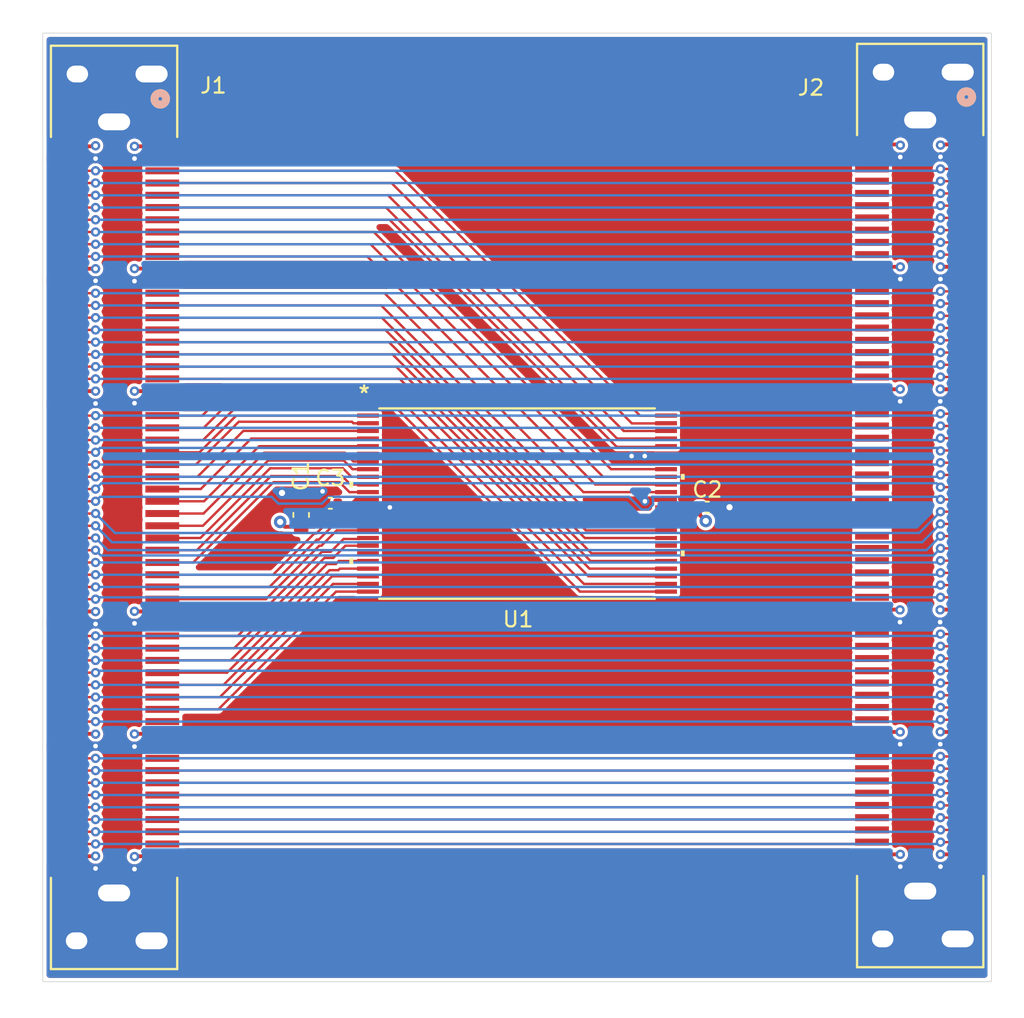
<source format=kicad_pcb>
(kicad_pcb (version 20240108) (generator "pcbnew") (generator_version "8.0")
  (layers (0 "F.Cu" signal) (1 "In1.Cu" power) (2 "In2.Cu" power) (31 "B.Cu" signal) (34 "B.Paste" user) (35 "F.Paste" user) (36 "B.SilkS" user "B.Silkscreen") (37 "F.SilkS" user "F.Silkscreen") (38 "B.Mask" user) (39 "F.Mask" user) (44 "Edge.Cuts" user))
  (net 0 "")
  (net 1 "GND")
  (net 2 "/CD_05")
  (net 3 "/EF_05")
  (net 4 "/GH_04")
  (net 5 "/GH_08")
  (net 6 "/BA_02")
  (net 7 "/BA_03")
  (net 8 "/DC_05")
  (net 9 "/KL_02")
  (net 10 "/BA_04")
  (net 11 "/FE_02")
  (net 12 "/JI_06")
  (net 13 "/JI_03")
  (net 14 "+3V3")
  (net 15 "/IJ_03")
  (net 16 "/IJ_02")
  (net 17 "/CD_06")
  (net 18 "/LK_02")
  (net 19 "/GH_03")
  (net 20 "/HG_07")
  (net 21 "/IJ_05")
  (net 22 "/AB_08")
  (net 23 "/CD_07")
  (net 24 "/AB_02")
  (net 25 "/JI_07")
  (net 26 "/EF_06")
  (net 27 "/DC_02")
  (net 28 "/AB_05")
  (net 29 "/LK_05")
  (net 30 "/LK_08")
  (net 31 "/DC_06")
  (net 32 "/JI_04")
  (net 33 "/FE_04")
  (net 34 "/CD_01")
  (net 35 "/HG_01")
  (net 36 "/GH_01")
  (net 37 "/EF_08")
  (net 38 "/JI_01")
  (net 39 "/KL_04")
  (net 40 "/LK_01")
  (net 41 "/IJ_04")
  (net 42 "/GH_05")
  (net 43 "/HG_05")
  (net 44 "/LK_03")
  (net 45 "/BA_06")
  (net 46 "/BA_05")
  (net 47 "/CD_02")
  (net 48 "/GH_07")
  (net 49 "/KL_05")
  (net 50 "/AB_03")
  (net 51 "/LK_04")
  (net 52 "/FE_07")
  (net 53 "/FE_06")
  (net 54 "/KL_07")
  (net 55 "/KL_01")
  (net 56 "/IJ_06")
  (net 57 "/KL_08")
  (net 58 "/HG_06")
  (net 59 "/AB_06")
  (net 60 "/IJ_08")
  (net 61 "/EF_03")
  (net 62 "/FE_08")
  (net 63 "/IJ_07")
  (net 64 "/EF_02")
  (net 65 "/AB_07")
  (net 66 "/FE_03")
  (net 67 "/CD_03")
  (net 68 "/HG_02")
  (net 69 "/IJ_01")
  (net 70 "/DC_08")
  (net 71 "/BA_07")
  (net 72 "/HG_08")
  (net 73 "/CD_04")
  (net 74 "/JI_08")
  (net 75 "/FE_01")
  (net 76 "/KL_03")
  (net 77 "/AB_01")
  (net 78 "/GH_06")
  (net 79 "/HG_04")
  (net 80 "/CD_08")
  (net 81 "/DC_04")
  (net 82 "/EF_04")
  (net 83 "/KL_06")
  (net 84 "/HG_03")
  (net 85 "/EF_01")
  (net 86 "/FE_05")
  (net 87 "/LK_07")
  (net 88 "/DC_03")
  (net 89 "/JI_02")
  (net 90 "/JI_05")
  (net 91 "/BA_08")
  (net 92 "/EF_07")
  (net 93 "/GH_02")
  (net 94 "/DC_01")
  (net 95 "/BA_01")
  (net 96 "/LK_06")
  (net 97 "/AB_04")
  (net 98 "/DC_07")
  (footprint "Capacitor_SMD:C_0603_1608Metric" (layer "F.Cu") (at 68.834 74.041 90)
    (property "Reference" "C1")
    (property "Value" "22uf")
  )
  (footprint "custom:CUSTOM_FX_120S-0.8SH20" (layer "F.Cu") (at 56.605 73.55 -90)
    (property "Reference" "J1")
    (property "Value" "FX18-120P-0.8SV20")
  )
  (footprint "custom:CUSTOM_FX_120S-0.8SH20" (layer "F.Cu") (at 109.294099 73.428004 -90)
    (property "Reference" "J2")
    (property "Value" "FX18-120S-0.8SV20")
  )
  (footprint "Capacitor_SMD:C_0402_1005Metric" (layer "F.Cu") (at 70.739 73.279 180)
    (property "Reference" "C3")
    (property "Value" "0.1uf")
  )
  (footprint "Capacitor_SMD:C_0402_1005Metric" (layer "F.Cu") (at 95.377 73.533)
    (property "Reference" "C2")
    (property "Value" "0.1uf")
  )
  (footprint "IS61WV102416DBLLIS61WV102416DBLL:IS61WV102416DBLL-10TLI_ISI" (layer "F.Cu") (at 82.943 73.301448)
    (property "Reference" "U1")
    (property "Value" "IS61WV102416DBLL-10TLI")
  )
  (gr_rect (start 51.943 42.55) (end 113.943 104.55) (stroke (width 0.05)) (fill none) (layer "Edge.Cuts"))
  (segment (start 59.754999 89.149997) (end 57.970001 89.149997) (width 0.254) (layer "F.Cu") (net 1))
  (segment (start 106.1441 97.028003) (end 107.994098 97.028003) (width 0.254) (layer "F.Cu") (net 1))
  (segment (start 57.970001 89.149997) (end 57.939998 89.18) (width 0.254) (layer "F.Cu") (net 1))
  (segment (start 92.6839 70.050629) (end 91.435371 70.050629) (width 0.254) (layer "F.Cu") (net 1))
  (segment (start 110.694908 81.028001) (end 110.674902 81.048007) (width 0.254) (layer "F.Cu") (net 1))
  (segment (start 112.522 58.628006) (end 110.694902 58.628006) (width 0.254) (layer "F.Cu") (net 1))
  (segment (start 106.1441 89.028003) (end 107.984098 89.028003) (width 0.254) (layer "F.Cu") (net 1))
  (segment (start 92.6839 73.051385) (end 91.399874 73.051385) (width 0.254) (layer "F.Cu") (net 1))
  (segment (start 53.455001 89.149999) (end 55.393999 89.149999) (width 0.254) (layer "F.Cu") (net 1))
  (segment (start 57.959995 81.149997) (end 57.939998 81.13) (width 0.254) (layer "F.Cu") (net 1))
  (segment (start 53.455001 50.750002) (end 55.394 50.750002) (width 0.254) (layer "F.Cu") (net 1))
  (segment (start 53.455001 66.750001) (end 55.384001 66.750001) (width 0.254) (layer "F.Cu") (net 1))
  (segment (start 55.383998 58.750002) (end 55.394 58.74) (width 0.254) (layer "F.Cu") (net 1))
  (segment (start 59.754999 50.750002) (end 57.939998 50.750002) (width 0.254) (layer "F.Cu") (net 1))
  (segment (start 59.754999 97.149996) (end 57.980002 97.149996) (width 0.254) (layer "F.Cu") (net 1))
  (segment (start 55.393999 89.149999) (end 55.394 89.15) (width 0.254) (layer "F.Cu") (net 1))
  (segment (start 53.455001 97.149999) (end 55.393999 97.149999) (width 0.254) (layer "F.Cu") (net 1))
  (segment (start 73.2021 73.551511) (end 74.628489 73.551511) (width 0.254) (layer "F.Cu") (net 1))
  (segment (start 70.231 72.501) (end 70.259 72.529) (width 0.254) (layer "F.Cu") (net 1))
  (segment (start 96.823 73.533) (end 96.83 73.54) (width 0.254) (layer "F.Cu") (net 1))
  (segment (start 59.754999 81.149997) (end 57.959995 81.149997) (width 0.254) (layer "F.Cu") (net 1))
  (segment (start 55.374 81.15) (end 55.394 81.17) (width 0.254) (layer "F.Cu") (net 1))
  (segment (start 106.1441 58.628006) (end 107.994098 58.628006) (width 0.254) (layer "F.Cu") (net 1))
  (segment (start 55.384001 66.750001) (end 55.394 66.76) (width 0.254) (layer "F.Cu") (net 1))
  (segment (start 91.399874 73.051385) (end 91.3 73.151259) (width 0.254) (layer "F.Cu") (net 1))
  (segment (start 90.784755 70.550755) (end 90.43 70.196) (width 0.254) (layer "F.Cu") (net 1))
  (segment (start 112.522 66.628005) (end 110.6949 66.628005) (width 0.254) (layer "F.Cu") (net 1))
  (segment (start 59.745001 58.76) (end 59.754999 58.750002) (width 0.254) (layer "F.Cu") (net 1))
  (segment (start 112.522 97.028) (end 110.694902 97.028) (width 0.254) (layer "F.Cu") (net 1))
  (segment (start 59.754999 66.750001) (end 57.949999 66.750001) (width 0.254) (layer "F.Cu") (net 1))
  (segment (start 110.6949 66.628005) (end 110.684902 66.618007) (width 0.254) (layer "F.Cu") (net 1))
  (segment (start 74.628489 73.551511) (end 74.63 73.55) (width 0.254) (layer "F.Cu") (net 1))
  (segment (start 106.1441 66.628005) (end 107.9741 66.628005) (width 0.254) (layer "F.Cu") (net 1))
  (segment (start 112.522 81.028001) (end 110.694908 81.028001) (width 0.254) (layer "F.Cu") (net 1))
  (segment (start 70.259 72.529) (end 70.259 73.279) (width 0.254) (layer "F.Cu") (net 1))
  (segment (start 107.954095 81.028004) (end 107.974098 81.048007) (width 0.254) (layer "F.Cu") (net 1))
  (segment (start 55.393999 97.149999) (end 55.394 97.15) (width 0.254) (layer "F.Cu") (net 1))
  (segment (start 92.6839 70.550755) (end 90.784755 70.550755) (width 0.254) (layer "F.Cu") (net 1))
  (segment (start 68.834 73.266) (end 68.241 73.266) (width 0.254) (layer "F.Cu") (net 1))
  (segment (start 57.980002 97.149996) (end 57.939998 97.19) (width 0.254) (layer "F.Cu") (net 1))
  (segment (start 91.435371 70.050629) (end 91.29 70.196) (width 0.254) (layer "F.Cu") (net 1))
  (segment (start 112.522 89.028001) (end 110.684902 89.028001) (width 0.254) (layer "F.Cu") (net 1))
  (segment (start 112.522 50.628006) (end 110.708452 50.628006) (width 0.254) (layer "F.Cu") (net 1))
  (segment (start 107.9741 66.628005) (end 107.984098 66.618007) (width 0.254) (layer "F.Cu") (net 1))
  (segment (start 110.708452 50.628006) (end 110.698451 50.638007) (width 0.254) (layer "F.Cu") (net 1))
  (segment (start 106.1441 50.628006) (end 107.974096 50.628006) (width 0.254) (layer "F.Cu") (net 1))
  (segment (start 57.949999 66.750001) (end 57.939998 66.74) (width 0.254) (layer "F.Cu") (net 1))
  (segment (start 107.974096 50.628006) (end 107.994098 50.648008) (width 0.254) (layer "F.Cu") (net 1))
  (segment (start 68.241 73.266) (end 67.58 72.605) (width 0.254) (layer "F.Cu") (net 1))
  (segment (start 53.455001 58.750002) (end 55.383998 58.750002) (width 0.254) (layer "F.Cu") (net 1))
  (segment (start 57.939998 58.76) (end 59.745001 58.76) (width 0.254) (layer "F.Cu") (net 1))
  (segment (start 55.404002 58.750002) (end 55.394 58.74) (width 0.254) (layer "F.Cu") (net 1))
  (segment (start 95.857 73.533) (end 96.823 73.533) (width 0.254) (layer "F.Cu") (net 1))
  (segment (start 106.1441 81.028004) (end 107.954095 81.028004) (width 0.254) (layer "F.Cu") (net 1))
  (segment (start 53.455001 81.15) (end 55.374 81.15) (width 0.254) (layer "F.Cu") (net 1))
  (via (at 67.58 72.605) (size 0.8128) (drill 0.4064) (layers "F.Cu" "B.Cu") (net 1))
  (via (at 90.43 70.196) (size 0.6) (drill 0.3) (layers "F.Cu" "B.Cu") (net 1))
  (via (at 107.984098 66.618007) (size 0.6096) (drill 0.3048) (layers "F.Cu" "B.Cu") (net 1))
  (via (at 57.939998 97.19) (size 0.6096) (drill 0.3048) (layers "F.Cu" "B.Cu") (net 1))
  (via (at 55.394 66.76) (size 0.6096) (drill 0.3048) (layers "F.Cu" "B.Cu") (net 1))
  (via (at 107.994098 50.648008) (size 0.6096) (drill 0.3048) (layers "F.Cu" "B.Cu") (net 1))
  (via (at 91.29 70.196) (size 0.6) (drill 0.3) (layers "F.Cu" "B.Cu") (net 1))
  (via (at 110.617 97.028) (size 0.6096) (drill 0.3048) (layers "F.Cu" "B.Cu") (net 1))
  (via (at 57.939998 50.750002) (size 0.6096) (drill 0.3048) (layers "F.Cu" "B.Cu") (net 1))
  (via (at 110.597 81.048007) (size 0.6096) (drill 0.3048) (layers "F.Cu" "B.Cu") (net 1))
  (via (at 55.394 97.15) (size 0.6096) (drill 0.3048) (layers "F.Cu" "B.Cu") (net 1))
  (via (at 110.617 58.628006) (size 0.6096) (drill 0.3048) (layers "F.Cu" "B.Cu") (net 1))
  (via (at 110.607 89.028001) (size 0.6096) (drill 0.3048) (layers "F.Cu" "B.Cu") (net 1))
  (via (at 91.3 73.151259) (size 0.6) (drill 0.3) (layers "F.Cu" "B.Cu") (net 1))
  (via (at 110.607 66.618007) (size 0.6096) (drill 0.3048) (layers "F.Cu" "B.Cu") (net 1))
  (via (at 96.83 73.54) (size 0.8128) (drill 0.4064) (layers "F.Cu" "B.Cu") (net 1))
  (via (at 55.394 50.750002) (size 0.6096) (drill 0.3048) (layers "F.Cu" "B.Cu") (net 1))
  (via (at 110.620549 50.638007) (size 0.6096) (drill 0.3048) (layers "F.Cu" "B.Cu") (net 1))
  (via (at 107.994098 97.028003) (size 0.6096) (drill 0.3048) (layers "F.Cu" "B.Cu") (net 1))
  (via (at 107.974098 81.048007) (size 0.6096) (drill 0.3048) (layers "F.Cu" "B.Cu") (net 1))
  (via (at 55.394 89.15) (size 0.6096) (drill 0.3048) (layers "F.Cu" "B.Cu") (net 1))
  (via (at 107.994098 58.628006) (size 0.6096) (drill 0.3048) (layers "F.Cu" "B.Cu") (net 1))
  (via (at 70.231 72.501) (size 0.6) (drill 0.3) (layers "F.Cu" "B.Cu") (net 1))
  (via (at 57.939998 58.76) (size 0.6096) (drill 0.3048) (layers "F.Cu" "B.Cu") (net 1))
  (via (at 57.939998 89.18) (size 0.6096) (drill 0.3048) (layers "F.Cu" "B.Cu") (net 1))
  (via (at 107.984098 89.028003) (size 0.6096) (drill 0.3048) (layers "F.Cu" "B.Cu") (net 1))
  (via (at 55.394 58.74) (size 0.6096) (drill 0.3048) (layers "F.Cu" "B.Cu") (net 1))
  (via (at 57.939998 66.74) (size 0.6096) (drill 0.3048) (layers "F.Cu" "B.Cu") (net 1))
  (via (at 57.939998 81.13) (size 0.6096) (drill 0.3048) (layers "F.Cu" "B.Cu") (net 1))
  (via (at 55.394 81.17) (size 0.6096) (drill 0.3048) (layers "F.Cu" "B.Cu") (net 1))
  (via (at 74.63 73.55) (size 0.6) (drill 0.3) (layers "F.Cu" "B.Cu") (net 1))
  (segment (start 87.374643 75.552015) (end 92.6839 75.552015) (width 0.156464) (layer "F.Cu") (net 2))
  (segment (start 74.572629 62.750001) (end 87.374643 75.552015) (width 0.156464) (layer "F.Cu") (net 2))
  (segment (start 59.754999 62.750001) (end 74.572629 62.750001) (width 0.156464) (layer "F.Cu") (net 2))
  (segment (start 59.754999 70.750001) (end 61.953371 70.750001) (width 0.156464) (layer "F.Cu") (net 3))
  (segment (start 61.953371 70.750001) (end 64.753373 67.949999) (width 0.156464) (layer "F.Cu") (net 3))
  (segment (start 72.1512 67.949999) (end 72.251326 68.050125) (width 0.156464) (layer "F.Cu") (net 3))
  (segment (start 64.753373 67.949999) (end 72.1512 67.949999) (width 0.156464) (layer "F.Cu") (net 3))
  (segment (start 72.251326 68.050125) (end 73.2021 68.050125) (width 0.156464) (layer "F.Cu") (net 3))
  (segment (start 72.054646 72.051133) (end 73.2021 72.051133) (width 0.156464) (layer "F.Cu") (net 4))
  (segment (start 71.504513 71.501) (end 72.054646 72.051133) (width 0.156464) (layer "F.Cu") (net 4))
  (segment (start 66.859686 71.501) (end 71.504513 71.501) (width 0.156464) (layer "F.Cu") (net 4))
  (segment (start 62.010687 76.349999) (end 66.859686 71.501) (width 0.156464) (layer "F.Cu") (net 4))
  (segment (start 59.754999 76.349999) (end 62.010687 76.349999) (width 0.156464) (layer "F.Cu") (net 4))
  (segment (start 59.754999 79.549998) (end 66.525886 79.549998) (width 0.156464) (layer "F.Cu") (net 5))
  (segment (start 71.159681 75.051889) (end 73.2021 75.051889) (width 0.156464) (layer "F.Cu") (net 5))
  (segment (start 70.158925 76.052645) (end 71.159681 75.051889) (width 0.156464) (layer "F.Cu") (net 5))
  (segment (start 70.023239 76.052645) (end 70.158925 76.052645) (width 0.156464) (layer "F.Cu") (net 5))
  (segment (start 66.525886 79.549998) (end 70.023239 76.052645) (width 0.156464) (layer "F.Cu") (net 5))
  (segment (start 53.455001 52.350004) (end 55.394 52.350004) (width 0.156464) (layer "F.Cu") (net 6))
  (segment (start 112.522 52.228006) (end 110.698451 52.228006) (width 0.156464) (layer "F.Cu") (net 6))
  (via (at 110.620549 52.228006) (size 0.6096) (drill 0.3048) (layers "F.Cu" "B.Cu") (net 6))
  (via (at 55.394 52.350004) (size 0.6096) (drill 0.3048) (layers "F.Cu" "B.Cu") (net 6))
  (segment (start 55.394 52.350004) (end 110.498551 52.350004) (width 0.156464) (layer "B.Cu") (net 6))
  (segment (start 110.498551 52.350004) (end 110.620549 52.228006) (width 0.156464) (layer "B.Cu") (net 6))
  (segment (start 53.455001 53.150003) (end 55.394 53.150003) (width 0.156464) (layer "F.Cu") (net 7))
  (segment (start 112.522 53.028004) (end 110.698451 53.028004) (width 0.156464) (layer "F.Cu") (net 7))
  (via (at 55.394 53.150003) (size 0.6096) (drill 0.3048) (layers "F.Cu" "B.Cu") (net 7))
  (via (at 110.620549 53.028004) (size 0.6096) (drill 0.3048) (layers "F.Cu" "B.Cu") (net 7))
  (segment (start 55.394 53.150003) (end 110.49855 53.150003) (width 0.156464) (layer "B.Cu") (net 7))
  (segment (start 110.49855 53.150003) (end 110.620549 53.028004) (width 0.156464) (layer "B.Cu") (net 7))
  (segment (start 53.455001 62.750001) (end 55.394 62.750001) (width 0.156464) (layer "F.Cu") (net 8))
  (segment (start 112.522 62.628005) (end 110.698451 62.628005) (width 0.156464) (layer "F.Cu") (net 8))
  (via (at 55.394 62.750001) (size 0.6096) (drill 0.3048) (layers "F.Cu" "B.Cu") (net 8))
  (via (at 110.620549 62.628005) (size 0.6096) (drill 0.3048) (layers "F.Cu" "B.Cu") (net 8))
  (segment (start 55.394 62.750001) (end 110.498553 62.750001) (width 0.156464) (layer "B.Cu") (net 8))
  (segment (start 110.498553 62.750001) (end 110.620549 62.628005) (width 0.156464) (layer "B.Cu") (net 8))
  (segment (start 59.754999 90.749996) (end 106.022107 90.749996) (width 0.156464) (layer "F.Cu") (net 9))
  (segment (start 106.022107 90.749996) (end 106.1441 90.628003) (width 0.156464) (layer "F.Cu") (net 9))
  (segment (start 112.522 53.828005) (end 110.698451 53.828005) (width 0.156464) (layer "F.Cu") (net 10))
  (segment (start 53.455001 53.950004) (end 55.394 53.950004) (width 0.156464) (layer "F.Cu") (net 10))
  (via (at 55.394 53.950004) (size 0.6096) (drill 0.3048) (layers "F.Cu" "B.Cu") (net 10))
  (via (at 110.620549 53.828005) (size 0.6096) (drill 0.3048) (layers "F.Cu" "B.Cu") (net 10))
  (segment (start 110.49855 53.950004) (end 110.620549 53.828005) (width 0.156464) (layer "B.Cu") (net 10))
  (segment (start 55.394 53.950004) (end 110.49855 53.950004) (width 0.156464) (layer "B.Cu") (net 10))
  (segment (start 53.455001 68.350003) (end 55.394 68.350003) (width 0.156464) (layer "F.Cu") (net 11))
  (segment (start 112.522 68.228004) (end 110.698451 68.228004) (width 0.156464) (layer "F.Cu") (net 11))
  (via (at 55.394 68.350003) (size 0.6096) (drill 0.3048) (layers "F.Cu" "B.Cu") (net 11))
  (via (at 110.620549 68.228004) (size 0.6096) (drill 0.3048) (layers "F.Cu" "B.Cu") (net 11))
  (segment (start 55.394 68.350003) (end 110.49855 68.350003) (width 0.156464) (layer "B.Cu") (net 11))
  (segment (start 110.49855 68.350003) (end 110.620549 68.228004) (width 0.156464) (layer "B.Cu") (net 11))
  (segment (start 112.522 85.828002) (end 110.698451 85.828002) (width 0.156464) (layer "F.Cu") (net 12))
  (segment (start 53.455001 85.950001) (end 55.394 85.950001) (width 0.156464) (layer "F.Cu") (net 12))
  (via (at 110.620549 85.828002) (size 0.6096) (drill 0.3048) (layers "F.Cu" "B.Cu") (net 12))
  (via (at 55.394 85.950001) (size 0.6096) (drill 0.3048) (layers "F.Cu" "B.Cu") (net 12))
  (segment (start 55.394 85.950001) (end 110.49855 85.950001) (width 0.156464) (layer "B.Cu") (net 12))
  (segment (start 110.49855 85.950001) (end 110.620549 85.828002) (width 0.156464) (layer "B.Cu") (net 12))
  (segment (start 112.522 83.428002) (end 110.698451 83.428002) (width 0.156464) (layer "F.Cu") (net 13))
  (segment (start 53.455001 83.55) (end 55.394 83.55) (width 0.156464) (layer "F.Cu") (net 13))
  (via (at 55.394 83.55) (size 0.6096) (drill 0.3048) (layers "F.Cu" "B.Cu") (net 13))
  (via (at 110.620549 83.428002) (size 0.6096) (drill 0.3048) (layers "F.Cu" "B.Cu") (net 13))
  (segment (start 110.498551 83.55) (end 110.620549 83.428002) (width 0.156464) (layer "B.Cu") (net 13))
  (segment (start 55.394 83.55) (end 110.498551 83.55) (width 0.156464) (layer "B.Cu") (net 13))
  (segment (start 107.944098 49.828008) (end 107.994098 49.878008) (width 0.254) (layer "F.Cu") (net 14))
  (segment (start 112.522 96.228002) (end 110.694902 96.228002) (width 0.254) (layer "F.Cu") (net 14))
  (segment (start 106.1441 88.228002) (end 107.984098 88.228002) (width 0.254) (layer "F.Cu") (net 14))
  (segment (start 71.219 73.279) (end 72.1909 73.279) (width 0.254) (layer "F.Cu") (net 14))
  (segment (start 59.754999 80.349999) (end 57.949997 80.349999) (width 0.254) (layer "F.Cu") (net 14))
  (segment (start 53.455001 65.950003) (end 55.393997 65.950003) (width 0.254) (layer "F.Cu") (net 14))
  (segment (start 94.897 74.057) (end 95.28 74.44) (width 0.254) (layer "F.Cu") (net 14))
  (segment (start 110.694905 80.228003) (end 110.674902 80.248006) (width 0.254) (layer "F.Cu") (net 14))
  (segment (start 112.522 57.828005) (end 110.694902 57.828005) (width 0.254) (layer "F.Cu") (net 14))
  (segment (start 112.522 49.828005) (end 110.738453 49.828005) (width 0.254) (layer "F.Cu") (net 14))
  (segment (start 106.1441 49.828008) (end 107.944098 49.828008) (width 0.254) (layer "F.Cu") (net 14))
  (segment (start 106.1441 96.228002) (end 107.994098 96.228002) (width 0.254) (layer "F.Cu") (net 14))
  (segment (start 110.738453 49.828005) (end 110.698451 49.868007) (width 0.254) (layer "F.Cu") (net 14))
  (segment (start 59.754999 65.95) (end 57.939998 65.95) (width 0.254) (layer "F.Cu") (net 14))
  (segment (start 59.744998 57.94) (end 59.754999 57.950001) (width 0.254) (layer "F.Cu") (net 14))
  (segment (start 55.383999 80.349999) (end 55.394 80.36) (width 0.254) (layer "F.Cu") (net 14))
  (segment (start 107.994097 57.828007) (end 107.994098 57.828006) (width 0.254) (layer "F.Cu") (net 14))
  (segment (start 55.393997 65.950003) (end 55.394 65.95) (width 0.254) (layer "F.Cu") (net 14))
  (segment (start 92.702411 73.533) (end 92.6839 73.551511) (width 0.254) (layer "F.Cu") (net 14))
  (segment (start 112.522 65.828004) (end 110.6949 65.828004) (width 0.254) (layer "F.Cu") (net 14))
  (segment (start 57.96 96.349998) (end 57.939998 96.37) (width 0.254) (layer "F.Cu") (net 14))
  (segment (start 107.974098 65.828007) (end 107.984098 65.818007) (width 0.254) (layer "F.Cu") (net 14))
  (segment (start 53.455001 80.349999) (end 55.383999 80.349999) (width 0.254) (layer "F.Cu") (net 14))
  (segment (start 53.455001 96.349998) (end 55.384002 96.349998) (width 0.254) (layer "F.Cu") (net 14))
  (segment (start 110.6949 65.828004) (end 110.684902 65.818006) (width 0.254) (layer "F.Cu") (net 14))
  (segment (start 94.897 73.533) (end 94.897 74.057) (width 0.254) (layer "F.Cu") (net 14))
  (segment (start 57.949997 80.349999) (end 57.939998 80.34) (width 0.254) (layer "F.Cu") (net 14))
  (segment (start 94.897 73.533) (end 92.702411 73.533) (width 0.254) (layer "F.Cu") (net 14))
  (segment (start 57.95 88.349998) (end 57.939998 88.36) (width 0.254) (layer "F.Cu") (net 14))
  (segment (start 112.522 80.228003) (end 110.694905 80.228003) (width 0.254) (layer "F.Cu") (net 14))
  (segment (start 107.954094 80.228003) (end 107.974098 80.248007) (width 0.254) (layer "F.Cu") (net 14))
  (segment (start 67.776 74.816) (end 68.834 74.816) (width 0.254) (layer "F.Cu") (net 14))
  (segment (start 68.834 74.816) (end 69.682 74.816) (width 0.254) (layer "F.Cu") (net 14))
  (segment (start 106.1441 80.228003) (end 107.954094 80.228003) (width 0.254) (layer "F.Cu") (net 14))
  (segment (start 69.682 74.816) (end 71.219 73.279) (width 0.254) (layer "F.Cu") (net 14))
  (segment (start 57.939998 57.94) (end 59.744998 57.94) (width 0.254) (layer "F.Cu") (net 14))
  (segment (start 55.394001 57.950001) (end 55.394 57.95) (width 0.254) (layer "F.Cu") (net 14))
  (segment (start 55.373998 88.349998) (end 55.394 88.37) (width 0.254) (layer "F.Cu") (net 14))
  (segment (start 55.393997 57.950003) (end 55.394 57.95) (width 0.254) (layer "F.Cu") (net 14))
  (segment (start 55.384002 96.349998) (end 55.394 96.34) (width 0.254) (layer "F.Cu") (net 14))
  (segment (start 106.1441 65.828007) (end 107.974098 65.828007) (width 0.254) (layer "F.Cu") (net 14))
  (segment (start 59.754999 96.349998) (end 57.96 96.349998) (width 0.254) (layer "F.Cu") (net 14))
  (segment (start 59.754999 49.950001) (end 57.939998 49.950001) (width 0.254) (layer "F.Cu") (net 14))
  (segment (start 53.455001 88.349998) (end 55.373998 88.349998) (width 0.254) (layer "F.Cu") (net 14))
  (segment (start 72.418515 73.051385) (end 73.2021 73.051385) (width 0.254) (layer "F.Cu") (net 14))
  (segment (start 67.46 74.5) (end 67.776 74.816) (width 0.254) (layer "F.Cu") (net 14))
  (segment (start 55.354996 49.950004) (end 55.394 49.911) (width 0.254) (layer "F.Cu") (net 14))
  (segment (start 59.754999 88.349998) (end 57.95 88.349998) (width 0.254) (layer "F.Cu") (net 14))
  (segment (start 112.522 88.228002) (end 110.694898 88.228002) (width 0.254) (layer "F.Cu") (net 14))
  (segment (start 53.455001 49.950004) (end 55.354996 49.950004) (width 0.254) (layer "F.Cu") (net 14))
  (segment (start 53.455001 57.950003) (end 55.393997 57.950003) (width 0.254) (layer "F.Cu") (net 14))
  (segment (start 106.1441 57.828007) (end 107.994097 57.828007) (width 0.254) (layer "F.Cu") (net 14))
  (segment (start 110.694898 88.228002) (end 110.684902 88.218006) (width 0.254) (layer "F.Cu") (net 14))
  (segment (start 72.1909 73.279) (end 72.418515 73.051385) (width 0.254) (layer "F.Cu") (net 14))
  (via (at 107.984098 88.228002) (size 0.6096) (drill 0.3048) (layers "F.Cu" "B.Cu") (net 14))
  (via (at 55.394 88.37) (size 0.6096) (drill 0.3048) (layers "F.Cu" "B.Cu") (net 14))
  (via (at 55.394 65.95) (size 0.6096) (drill 0.3048) (layers "F.Cu" "B.Cu") (net 14))
  (via (at 57.939998 80.34) (size 0.6096) (drill 0.3048) (layers "F.Cu" "B.Cu") (net 14))
  (via (at 110.607 65.818006) (size 0.6096) (drill 0.3048) (layers "F.Cu" "B.Cu") (net 14))
  (via (at 57.939998 57.94) (size 0.6096) (drill 0.3048) (layers "F.Cu" "B.Cu") (net 14))
  (via (at 57.939998 88.36) (size 0.6096) (drill 0.3048) (layers "F.Cu" "B.Cu") (net 14))
  (via (at 110.617 57.828005) (size 0.6096) (drill 0.3048) (layers "F.Cu" "B.Cu") (net 14))
  (via (at 110.607 88.218006) (size 0.6096) (drill 0.3048) (layers "F.Cu" "B.Cu") (net 14))
  (via (at 57.939998 96.37) (size 0.6096) (drill 0.3048) (layers "F.Cu" "B.Cu") (net 14))
  (via (at 55.394 49.911) (size 0.6096) (drill 0.3048) (layers "F.Cu" "B.Cu") (net 14))
  (via (at 107.984098 65.818007) (size 0.6096) (drill 0.3048) (layers "F.Cu" "B.Cu") (net 14))
  (via (at 107.994098 49.878008) (size 0.6096) (drill 0.3048) (layers "F.Cu" "B.Cu") (net 14))
  (via (at 57.939998 65.95) (size 0.6096) (drill 0.3048) (layers "F.Cu" "B.Cu") (net 14))
  (via (at 95.28 74.44) (size 0.8128) (drill 0.4064) (layers "F.Cu" "B.Cu") (net 14))
  (via (at 110.620549 49.868007) (size 0.6096) (drill 0.3048) (layers "F.Cu" "B.Cu") (net 14))
  (via (at 107.994098 96.228002) (size 0.6096) (drill 0.3048) (layers "F.Cu" "B.Cu") (net 14))
  (via (at 107.974098 80.248007) (size 0.6096) (drill 0.3048) (layers "F.Cu" "B.Cu") (net 14))
  (via (at 55.394 57.95) (size 0.6096) (drill 0.3048) (layers "F.Cu" "B.Cu") (net 14))
  (via (at 110.597 80.248006) (size 0.6096) (drill 0.3048) (layers "F.Cu" "B.Cu") (net 14))
  (via (at 55.394 80.36) (size 0.6096) (drill 0.3048) (layers "F.Cu" "B.Cu") (net 14))
  (via (at 57.939998 49.950001) (size 0.6096) (drill 0.3048) (layers "F.Cu" "B.Cu") (net 14))
  (via (at 55.394 96.34) (size 0.6096) (drill 0.3048) (layers "F.Cu" "B.Cu") (net 14))
  (via (at 67.46 74.5) (size 0.8128) (drill 0.4064) (layers "F.Cu" "B.Cu") (net 14))
  (via (at 110.617 96.228002) (size 0.6096) (drill 0.3048) (layers "F.Cu" "B.Cu") (net 14))
  (via (at 107.994098 57.828006) (size 0.6096) (drill 0.3048) (layers "F.Cu" "B.Cu") (net 14))
  (segment (start 71.095983 77.252645) (end 71.296235 77.052393) (width 0.156464) (layer "F.Cu") (net 15))
  (segment (start 70.520297 77.252645) (end 71.095983 77.252645) (width 0.156464) (layer "F.Cu") (net 15))
  (segment (start 64.222944 83.549998) (end 70.520297 77.252645) (width 0.156464) (layer "F.Cu") (net 15))
  (segment (start 71.296235 77.052393) (end 73.2021 77.052393) (width 0.156464) (layer "F.Cu") (net 15))
  (segment (start 59.754999 83.549998) (end 64.222944 83.549998) (width 0.156464) (layer "F.Cu") (net 15))
  (segment (start 71.730801 76.052141) (end 73.2021 76.052141) (width 0.156464) (layer "F.Cu") (net 16))
  (segment (start 70.354611 76.852645) (end 70.930297 76.852645) (width 0.156464) (layer "F.Cu") (net 16))
  (segment (start 64.457259 82.749997) (end 70.354611 76.852645) (width 0.156464) (layer "F.Cu") (net 16))
  (segment (start 70.930297 76.852645) (end 71.730801 76.052141) (width 0.156464) (layer "F.Cu") (net 16))
  (segment (start 59.754999 82.749997) (end 64.457259 82.749997) (width 0.156464) (layer "F.Cu") (net 16))
  (segment (start 87.809209 76.552267) (end 92.6839 76.552267) (width 0.156464) (layer "F.Cu") (net 17))
  (segment (start 59.754999 63.55) (end 74.806942 63.55) (width 0.156464) (layer "F.Cu") (net 17))
  (segment (start 74.806942 63.55) (end 87.809209 76.552267) (width 0.156464) (layer "F.Cu") (net 17))
  (segment (start 53.455001 90.749999) (end 55.394 90.749999) (width 0.156464) (layer "F.Cu") (net 18))
  (segment (start 112.522 90.628) (end 110.698451 90.628) (width 0.156464) (layer "F.Cu") (net 18))
  (via (at 110.620549 90.628) (size 0.6096) (drill 0.3048) (layers "F.Cu" "B.Cu") (net 18))
  (via (at 55.394 90.749999) (size 0.6096) (drill 0.3048) (layers "F.Cu" "B.Cu") (net 18))
  (segment (start 55.394 90.749999) (end 110.49855 90.749999) (width 0.156464) (layer "B.Cu") (net 18))
  (segment (start 110.49855 90.749999) (end 110.620549 90.628) (width 0.156464) (layer "B.Cu") (net 18))
  (segment (start 59.754999 75.549999) (end 62.245001 75.549999) (width 0.156464) (layer "F.Cu") (net 19))
  (segment (start 72.120206 71.551007) (end 73.2021 71.551007) (width 0.156464) (layer "F.Cu") (net 19))
  (segment (start 62.245001 75.549999) (end 66.802 70.993) (width 0.156464) (layer "F.Cu") (net 19))
  (segment (start 66.802 70.993) (end 71.562199 70.993) (width 0.156464) (layer "F.Cu") (net 19))
  (segment (start 71.562199 70.993) (end 72.120206 71.551007) (width 0.156464) (layer "F.Cu") (net 19))
  (segment (start 53.455001 78.75) (end 55.394 78.75) (width 0.156464) (layer "F.Cu") (net 20))
  (segment (start 112.522 78.628001) (end 110.698451 78.628001) (width 0.156464) (layer "F.Cu") (net 20))
  (via (at 110.620549 78.628001) (size 0.6096) (drill 0.3048) (layers "F.Cu" "B.Cu") (net 20))
  (via (at 55.394 78.75) (size 0.6096) (drill 0.3048) (layers "F.Cu" "B.Cu") (net 20))
  (segment (start 110.49855 78.75) (end 110.620549 78.628001) (width 0.156464) (layer "B.Cu") (net 20))
  (segment (start 55.394 78.75) (end 110.49855 78.75) (width 0.156464) (layer "B.Cu") (net 20))
  (segment (start 59.754999 85.149997) (end 63.754317 85.149997) (width 0.156464) (layer "F.Cu") (net 21))
  (segment (start 70.851669 78.052645) (end 73.2021 78.052645) (width 0.156464) (layer "F.Cu") (net 21))
  (segment (start 63.754317 85.149997) (end 70.851669 78.052645) (width 0.156464) (layer "F.Cu") (net 21))
  (segment (start 73.152 57.15) (end 88.053133 72.051133) (width 0.156464) (layer "F.Cu") (net 22))
  (segment (start 88.053133 72.051133) (end 92.6839 72.051133) (width 0.156464) (layer "F.Cu") (net 22))
  (segment (start 59.754999 57.15) (end 73.152 57.15) (width 0.156464) (layer "F.Cu") (net 22))
  (segment (start 59.754999 64.350001) (end 75.041257 64.350001) (width 0.156464) (layer "F.Cu") (net 23))
  (segment (start 87.743649 77.052393) (end 92.6839 77.052393) (width 0.156464) (layer "F.Cu") (net 23))
  (segment (start 75.041257 64.350001) (end 87.743649 77.052393) (width 0.156464) (layer "F.Cu") (net 23))
  (segment (start 90.45 68.06) (end 92.674025 68.06) (width 0.156464) (layer "F.Cu") (net 24))
  (segment (start 74.740002 52.350002) (end 90.45 68.06) (width 0.156464) (layer "F.Cu") (net 24))
  (segment (start 92.674025 68.06) (end 92.6839 68.050125) (width 0.156464) (layer "F.Cu") (net 24))
  (segment (start 59.754999 52.350002) (end 74.740002 52.350002) (width 0.156464) (layer "F.Cu") (net 24))
  (segment (start 112.522 86.628) (end 110.698451 86.628) (width 0.156464) (layer "F.Cu") (net 25))
  (segment (start 53.455001 86.749999) (end 55.394 86.749999) (width 0.156464) (layer "F.Cu") (net 25))
  (via (at 110.620549 86.628) (size 0.6096) (drill 0.3048) (layers "F.Cu" "B.Cu") (net 25))
  (via (at 55.394 86.749999) (size 0.6096) (drill 0.3048) (layers "F.Cu" "B.Cu") (net 25))
  (segment (start 110.49855 86.749999) (end 110.620549 86.628) (width 0.156464) (layer "B.Cu") (net 25))
  (segment (start 55.394 86.749999) (end 110.49855 86.749999) (width 0.156464) (layer "B.Cu") (net 25))
  (segment (start 59.754999 71.549999) (end 62.054001 71.549999) (width 0.156464) (layer "F.Cu") (net 26))
  (segment (start 65.053749 68.550251) (end 73.2021 68.550251) (width 0.156464) (layer "F.Cu") (net 26))
  (segment (start 62.054001 71.549999) (end 65.053749 68.550251) (width 0.156464) (layer "F.Cu") (net 26))
  (segment (start 53.455001 60.350004) (end 55.394 60.350004) (width 0.156464) (layer "F.Cu") (net 27))
  (segment (start 112.522 60.228005) (end 110.698451 60.228005) (width 0.156464) (layer "F.Cu") (net 27))
  (via (at 55.394 60.350004) (size 0.6096) (drill 0.3048) (layers "F.Cu" "B.Cu") (net 27))
  (via (at 110.620549 60.228005) (size 0.6096) (drill 0.3048) (layers "F.Cu" "B.Cu") (net 27))
  (segment (start 55.394 60.350004) (end 110.49855 60.350004) (width 0.156464) (layer "B.Cu") (net 27))
  (segment (start 110.49855 60.350004) (end 110.620549 60.228005) (width 0.156464) (layer "B.Cu") (net 27))
  (segment (start 92.638403 69.596) (end 92.6839 69.550503) (width 0.156464) (layer "F.Cu") (net 28))
  (segment (start 74.614316 54.750002) (end 89.460314 69.596) (width 0.156464) (layer "F.Cu") (net 28))
  (segment (start 59.754999 54.750002) (end 74.614316 54.750002) (width 0.156464) (layer "F.Cu") (net 28))
  (segment (start 89.460314 69.596) (end 92.638403 69.596) (width 0.156464) (layer "F.Cu") (net 28))
  (segment (start 53.455001 93.149999) (end 55.394 93.149999) (width 0.156464) (layer "F.Cu") (net 29))
  (segment (start 112.522 93.028) (end 110.698451 93.028) (width 0.156464) (layer "F.Cu") (net 29))
  (via (at 55.394 93.149999) (size 0.6096) (drill 0.3048) (layers "F.Cu" "B.Cu") (net 29))
  (via (at 110.620549 93.028) (size 0.6096) (drill 0.3048) (layers "F.Cu" "B.Cu") (net 29))
  (segment (start 55.394 93.149999) (end 110.49855 93.149999) (width 0.156464) (layer "B.Cu") (net 29))
  (segment (start 110.49855 93.149999) (end 110.620549 93.028) (width 0.156464) (layer "B.Cu") (net 29))
  (segment (start 53.455001 95.549999) (end 55.394 95.549999) (width 0.156464) (layer "F.Cu") (net 30))
  (segment (start 112.522 95.428001) (end 110.698451 95.428001) (width 0.156464) (layer "F.Cu") (net 30))
  (via (at 55.394 95.549999) (size 0.6096) (drill 0.3048) (layers "F.Cu" "B.Cu") (net 30))
  (via (at 110.620549 95.428001) (size 0.6096) (drill 0.3048) (layers "F.Cu" "B.Cu") (net 30))
  (segment (start 110.498551 95.549999) (end 110.620549 95.428001) (width 0.156464) (layer "B.Cu") (net 30))
  (segment (start 55.394 95.549999) (end 110.498551 95.549999) (width 0.156464) (layer "B.Cu") (net 30))
  (segment (start 53.455001 63.550002) (end 55.394 63.550002) (width 0.156464) (layer "F.Cu") (net 31))
  (segment (start 112.522 63.428004) (end 110.698451 63.428004) (width 0.156464) (layer "F.Cu") (net 31))
  (via (at 110.620549 63.428004) (size 0.6096) (drill 0.3048) (layers "F.Cu" "B.Cu") (net 31))
  (via (at 55.394 63.550002) (size 0.6096) (drill 0.3048) (layers "F.Cu" "B.Cu") (net 31))
  (segment (start 110.498551 63.550002) (end 110.620549 63.428004) (width 0.156464) (layer "B.Cu") (net 31))
  (segment (start 55.394 63.550002) (end 110.498551 63.550002) (width 0.156464) (layer "B.Cu") (net 31))
  (segment (start 112.522 84.228003) (end 110.698451 84.228003) (width 0.156464) (layer "F.Cu") (net 32))
  (segment (start 53.455001 84.349999) (end 55.394 84.349999) (width 0.156464) (layer "F.Cu") (net 32))
  (via (at 55.394 84.349999) (size 0.6096) (drill 0.3048) (layers "F.Cu" "B.Cu") (net 32))
  (via (at 110.620549 84.228003) (size 0.6096) (drill 0.3048) (layers "F.Cu" "B.Cu") (net 32))
  (segment (start 55.440001 84.349999) (end 55.561997 84.228003) (width 0.156464) (layer "B.Cu") (net 32))
  (segment (start 55.394 84.349999) (end 55.440001 84.349999) (width 0.156464) (layer "B.Cu") (net 32))
  (segment (start 55.561997 84.228003) (end 110.620549 84.228003) (width 0.156464) (layer "B.Cu") (net 32))
  (segment (start 110.728454 69.828004) (end 110.698451 69.858007) (width 0.156464) (layer "F.Cu") (net 33))
  (segment (start 112.522 69.828004) (end 110.728454 69.828004) (width 0.156464) (layer "F.Cu") (net 33))
  (segment (start 53.455001 69.950002) (end 55.394 69.950002) (width 0.156464) (layer "F.Cu") (net 33))
  (via (at 55.394 69.950002) (size 0.6096) (drill 0.3048) (layers "F.Cu" "B.Cu") (net 33))
  (via (at 110.620549 69.858007) (size 0.6096) (drill 0.3048) (layers "F.Cu" "B.Cu") (net 33))
  (segment (start 110.42551 69.662968) (end 110.620549 69.858007) (width 0.156464) (layer "B.Cu") (net 33))
  (segment (start 55.394 69.950002) (end 55.681034 69.662968) (width 0.156464) (layer "B.Cu") (net 33))
  (segment (start 55.681034 69.662968) (end 110.42551 69.662968) (width 0.156464) (layer "B.Cu") (net 33))
  (segment (start 74.282 59.55) (end 87.283259 72.551259) (width 0.156464) (layer "F.Cu") (net 34))
  (segment (start 59.754999 59.55) (end 74.282 59.55) (width 0.156464) (layer "F.Cu") (net 34))
  (segment (start 87.283259 72.551259) (end 92.6839 72.551259) (width 0.156464) (layer "F.Cu") (net 34))
  (segment (start 112.522 73.828003) (end 110.698451 73.828003) (width 0.156464) (layer "F.Cu") (net 35))
  (segment (start 53.455001 73.950002) (end 55.394 73.950002) (width 0.156464) (layer "F.Cu") (net 35))
  (via (at 55.394 73.950002) (size 0.6096) (drill 0.3048) (layers "F.Cu" "B.Cu") (net 35))
  (via (at 110.620549 73.828003) (size 0.6096) (drill 0.3048) (layers "F.Cu" "B.Cu") (net 35))
  (segment (start 55.394 73.950002) (end 56.663998 75.22) (width 0.156464) (layer "B.Cu") (net 35))
  (segment (start 56.663998 75.22) (end 109.228552 75.22) (width 0.156464) (layer "B.Cu") (net 35))
  (segment (start 109.228552 75.22) (end 110.620549 73.828003) (width 0.156464) (layer "B.Cu") (net 35))
  (segment (start 71.677571 69.977) (end 72.251326 70.550755) (width 0.156464) (layer "F.Cu") (net 36))
  (segment (start 72.251326 70.550755) (end 73.2021 70.550755) (width 0.156464) (layer "F.Cu") (net 36))
  (segment (start 62.448001 73.949999) (end 66.421 69.977) (width 0.156464) (layer "F.Cu") (net 36))
  (segment (start 59.754999 73.949999) (end 62.448001 73.949999) (width 0.156464) (layer "F.Cu") (net 36))
  (segment (start 66.421 69.977) (end 71.677571 69.977) (width 0.156464) (layer "F.Cu") (net 36))
  (segment (start 66.085497 69.550503) (end 73.2021 69.550503) (width 0.156464) (layer "F.Cu") (net 37))
  (segment (start 62.486002 73.149998) (end 66.085497 69.550503) (width 0.156464) (layer "F.Cu") (net 37))
  (segment (start 59.754999 73.149998) (end 62.486002 73.149998) (width 0.156464) (layer "F.Cu") (net 37))
  (segment (start 112.522 81.828002) (end 110.698451 81.828002) (width 0.156464) (layer "F.Cu") (net 38))
  (segment (start 53.455001 81.950001) (end 55.394 81.950001) (width 0.156464) (layer "F.Cu") (net 38))
  (via (at 110.620549 81.828002) (size 0.6096) (drill 0.3048) (layers "F.Cu" "B.Cu") (net 38))
  (via (at 55.394 81.950001) (size 0.6096) (drill 0.3048) (layers "F.Cu" "B.Cu") (net 38))
  (segment (start 110.49855 81.950001) (end 110.620549 81.828002) (width 0.156464) (layer "B.Cu") (net 38))
  (segment (start 55.394 81.950001) (end 110.49855 81.950001) (width 0.156464) (layer "B.Cu") (net 38))
  (segment (start 106.022104 92.349998) (end 106.1441 92.228002) (width 0.156464) (layer "F.Cu") (net 39))
  (segment (start 59.754999 92.349998) (end 106.022104 92.349998) (width 0.156464) (layer "F.Cu") (net 39))
  (segment (start 53.455001 89.95) (end 55.394 89.95) (width 0.156464) (layer "F.Cu") (net 40))
  (segment (start 112.522 89.828002) (end 110.698451 89.828002) (width 0.156464) (layer "F.Cu") (net 40))
  (via (at 110.620549 89.828002) (size 0.6096) (drill 0.3048) (layers "F.Cu" "B.Cu") (net 40))
  (via (at 55.394 89.95) (size 0.6096) (drill 0.3048) (layers "F.Cu" "B.Cu") (net 40))
  (segment (start 55.394 89.95) (end 110.498551 89.95) (width 0.156464) (layer "B.Cu") (net 40))
  (segment (start 110.498551 89.95) (end 110.620549 89.828002) (width 0.156464) (layer "B.Cu") (net 40))
  (segment (start 59.754999 84.349999) (end 63.988629 84.349999) (width 0.156464) (layer "F.Cu") (net 41))
  (segment (start 71.361795 77.552519) (end 73.2021 77.552519) (width 0.156464) (layer "F.Cu") (net 41))
  (segment (start 70.685983 77.652645) (end 71.261669 77.652645) (width 0.156464) (layer "F.Cu") (net 41))
  (segment (start 71.261669 77.652645) (end 71.361795 77.552519) (width 0.156464) (layer "F.Cu") (net 41))
  (segment (start 63.988629 84.349999) (end 70.685983 77.652645) (width 0.156464) (layer "F.Cu") (net 41))
  (segment (start 67.025372 71.901) (end 71.338827 71.901) (width 0.156464) (layer "F.Cu") (net 42))
  (segment (start 59.754999 77.149998) (end 61.776374 77.149998) (width 0.156464) (layer "F.Cu") (net 42))
  (segment (start 71.989086 72.551259) (end 73.2021 72.551259) (width 0.156464) (layer "F.Cu") (net 42))
  (segment (start 61.776374 77.149998) (end 67.025372 71.901) (width 0.156464) (layer "F.Cu") (net 42))
  (segment (start 71.338827 71.901) (end 71.989086 72.551259) (width 0.156464) (layer "F.Cu") (net 42))
  (segment (start 112.522 77.028002) (end 110.698451 77.028002) (width 0.156464) (layer "F.Cu") (net 43))
  (segment (start 53.455001 77.15) (end 55.394 77.15) (width 0.156464) (layer "F.Cu") (net 43))
  (via (at 110.620549 77.028002) (size 0.6096) (drill 0.3048) (layers "F.Cu" "B.Cu") (net 43))
  (via (at 55.394 77.15) (size 0.6096) (drill 0.3048) (layers "F.Cu" "B.Cu") (net 43))
  (segment (start 110.498551 77.15) (end 110.620549 77.028002) (width 0.156464) (layer "B.Cu") (net 43))
  (segment (start 55.394 77.15) (end 110.498551 77.15) (width 0.156464) (layer "B.Cu") (net 43))
  (segment (start 112.522 91.428001) (end 110.698451 91.428001) (width 0.156464) (layer "F.Cu") (net 44))
  (segment (start 53.455001 91.55) (end 55.394 91.55) (width 0.156464) (layer "F.Cu") (net 44))
  (via (at 55.394 91.55) (size 0.6096) (drill 0.3048) (layers "F.Cu" "B.Cu") (net 44))
  (via (at 110.620549 91.428001) (size 0.6096) (drill 0.3048) (layers "F.Cu" "B.Cu") (net 44))
  (segment (start 110.49855 91.55) (end 110.620549 91.428001) (width 0.156464) (layer "B.Cu") (net 44))
  (segment (start 55.394 91.55) (end 110.49855 91.55) (width 0.156464) (layer "B.Cu") (net 44))
  (segment (start 112.522 55.428004) (end 110.698451 55.428004) (width 0.156464) (layer "F.Cu") (net 45))
  (segment (start 53.455001 55.550003) (end 55.394 55.550003) (width 0.156464) (layer "F.Cu") (net 45))
  (via (at 55.394 55.550003) (size 0.6096) (drill 0.3048) (layers "F.Cu" "B.Cu") (net 45))
  (via (at 110.620549 55.428004) (size 0.6096) (drill 0.3048) (layers "F.Cu" "B.Cu") (net 45))
  (segment (start 110.49855 55.550003) (end 110.620549 55.428004) (width 0.156464) (layer "B.Cu") (net 45))
  (segment (start 55.394 55.550003) (end 110.49855 55.550003) (width 0.156464) (layer "B.Cu") (net 45))
  (segment (start 53.455001 54.750002) (end 55.394 54.750002) (width 0.156464) (layer "F.Cu") (net 46))
  (segment (start 112.522 54.628006) (end 110.698451 54.628006) (width 0.156464) (layer "F.Cu") (net 46))
  (via (at 110.620549 54.628006) (size 0.6096) (drill 0.3048) (layers "F.Cu" "B.Cu") (net 46))
  (via (at 55.394 54.750002) (size 0.6096) (drill 0.3048) (layers "F.Cu" "B.Cu") (net 46))
  (segment (start 110.498553 54.750002) (end 110.620549 54.628006) (width 0.156464) (layer "B.Cu") (net 46))
  (segment (start 55.394 54.750002) (end 110.498553 54.750002) (width 0.156464) (layer "B.Cu") (net 46))
  (segment (start 74.066001 60.350001) (end 87.767637 74.051637) (width 0.156464) (layer "F.Cu") (net 47))
  (segment (start 87.767637 74.051637) (end 92.6839 74.051637) (width 0.156464) (layer "F.Cu") (net 47))
  (segment (start 59.754999 60.350001) (end 74.066001 60.350001) (width 0.156464) (layer "F.Cu") (net 47))
  (segment (start 59.754999 78.749997) (end 66.760201 78.749997) (width 0.156464) (layer "F.Cu") (net 48))
  (segment (start 69.857553 75.652645) (end 69.993239 75.652645) (width 0.156464) (layer "F.Cu") (net 48))
  (segment (start 66.760201 78.749997) (end 69.857553 75.652645) (width 0.156464) (layer "F.Cu") (net 48))
  (segment (start 69.993239 75.652645) (end 71.094121 74.551763) (width 0.156464) (layer "F.Cu") (net 48))
  (segment (start 71.094121 74.551763) (end 73.2021 74.551763) (width 0.156464) (layer "F.Cu") (net 48))
  (segment (start 59.754999 93.149996) (end 106.022107 93.149996) (width 0.156464) (layer "F.Cu") (net 49))
  (segment (start 106.022107 93.149996) (end 106.1441 93.028003) (width 0.156464) (layer "F.Cu") (net 49))
  (segment (start 59.754999 53.15) (end 74.51 53.15) (width 0.156464) (layer "F.Cu") (net 50))
  (segment (start 74.51 53.15) (end 89.915303 68.555303) (width 0.156464) (layer "F.Cu") (net 50))
  (segment (start 92.678848 68.555303) (end 92.6839 68.550251) (width 0.156464) (layer "F.Cu") (net 50))
  (segment (start 89.915303 68.555303) (end 92.678848 68.555303) (width 0.156464) (layer "F.Cu") (net 50))
  (segment (start 53.455001 92.349998) (end 55.394 92.349998) (width 0.156464) (layer "F.Cu") (net 51))
  (segment (start 112.522 92.228002) (end 110.698451 92.228002) (width 0.156464) (layer "F.Cu") (net 51))
  (via (at 110.620549 92.228002) (size 0.6096) (drill 0.3048) (layers "F.Cu" "B.Cu") (net 51))
  (via (at 55.394 92.349998) (size 0.6096) (drill 0.3048) (layers "F.Cu" "B.Cu") (net 51))
  (segment (start 55.394 92.349998) (end 110.498553 92.349998) (width 0.156464) (layer "B.Cu") (net 51))
  (segment (start 110.498553 92.349998) (end 110.620549 92.228002) (width 0.156464) (layer "B.Cu") (net 51))
  (segment (start 112.522 72.228004) (end 110.698451 72.228004) (width 0.156464) (layer "F.Cu") (net 52))
  (segment (start 53.455001 72.35) (end 55.394 72.35) (width 0.156464) (layer "F.Cu") (net 52))
  (via (at 55.394 72.35) (size 0.6096) (drill 0.3048) (layers "F.Cu" "B.Cu") (net 52))
  (via (at 110.620549 72.228004) (size 0.6096) (drill 0.3048) (layers "F.Cu" "B.Cu") (net 52))
  (segment (start 55.394 72.35) (end 55.776032 71.967968) (width 0.156464) (layer "B.Cu") (net 52))
  (segment (start 55.776032 71.967968) (end 110.360513 71.967968) (width 0.156464) (layer "B.Cu") (net 52))
  (segment (start 110.360513 71.967968) (end 110.620549 72.228004) (width 0.156464) (layer "B.Cu") (net 52))
  (segment (start 53.455001 71.550001) (end 55.394 71.550001) (width 0.156464) (layer "F.Cu") (net 53))
  (segment (start 112.522 71.428003) (end 110.698451 71.428003) (width 0.156464) (layer "F.Cu") (net 53))
  (via (at 55.394 71.550001) (size 0.6096) (drill 0.3048) (layers "F.Cu" "B.Cu") (net 53))
  (via (at 110.620549 71.428003) (size 0.6096) (drill 0.3048) (layers "F.Cu" "B.Cu") (net 53))
  (segment (start 110.498551 71.550001) (end 110.620549 71.428003) (width 0.156464) (layer "B.Cu") (net 53))
  (segment (start 55.394 71.550001) (end 110.498551 71.550001) (width 0.156464) (layer "B.Cu") (net 53))
  (segment (start 106.022106 94.749996) (end 106.1441 94.628002) (width 0.156464) (layer "F.Cu") (net 54))
  (segment (start 59.754999 94.749996) (end 106.022106 94.749996) (width 0.156464) (layer "F.Cu") (net 54))
  (segment (start 59.754999 89.949998) (end 106.022106 89.949998) (width 0.156464) (layer "F.Cu") (net 55))
  (segment (start 106.022106 89.949998) (end 106.1441 89.828004) (width 0.156464) (layer "F.Cu") (net 55))
  (segment (start 63.520002 85.949998) (end 70.917229 78.552771) (width 0.156464) (layer "F.Cu") (net 56))
  (segment (start 59.754999 85.949998) (end 63.520002 85.949998) (width 0.156464) (layer "F.Cu") (net 56))
  (segment (start 70.917229 78.552771) (end 73.2021 78.552771) (width 0.156464) (layer "F.Cu") (net 56))
  (segment (start 106.022106 95.549997) (end 106.1441 95.428003) (width 0.156464) (layer "F.Cu") (net 57))
  (segment (start 59.754999 95.549997) (end 106.022106 95.549997) (width 0.156464) (layer "F.Cu") (net 57))
  (segment (start 53.455001 77.950001) (end 55.394 77.950001) (width 0.156464) (layer "F.Cu") (net 58))
  (segment (start 112.522 77.828003) (end 110.698451 77.828003) (width 0.156464) (layer "F.Cu") (net 58))
  (via (at 55.394 77.950001) (size 0.6096) (drill 0.3048) (layers "F.Cu" "B.Cu") (net 58))
  (via (at 110.620549 77.828003) (size 0.6096) (drill 0.3048) (layers "F.Cu" "B.Cu") (net 58))
  (segment (start 110.498551 77.950001) (end 110.620549 77.828003) (width 0.156464) (layer "B.Cu") (net 58))
  (segment (start 55.394 77.950001) (end 110.498551 77.950001) (width 0.156464) (layer "B.Cu") (net 58))
  (segment (start 89.084881 71.050881) (end 92.6839 71.050881) (width 0.156464) (layer "F.Cu") (net 59))
  (segment (start 73.584 55.55) (end 89.084881 71.050881) (width 0.156464) (layer "F.Cu") (net 59))
  (segment (start 59.754999 55.55) (end 73.584 55.55) (width 0.156464) (layer "F.Cu") (net 59))
  (segment (start 65.024 66.548) (end 74.549 66.548) (width 0.156464) (layer "F.Cu") (net 61))
  (segment (start 62.422001 69.149999) (end 65.024 66.548) (width 0.156464) (layer "F.Cu") (net 61))
  (segment (start 87.053897 79.052897) (end 92.6839 79.052897) (width 0.156464) (layer "F.Cu") (net 61))
  (segment (start 59.754999 69.149999) (end 62.422001 69.149999) (width 0.156464) (layer "F.Cu") (net 61))
  (segment (start 74.549 66.548) (end 87.053897 79.052897) (width 0.156464) (layer "F.Cu") (net 61))
  (segment (start 53.455001 73.150001) (end 55.394 73.150001) (width 0.156464) (layer "F.Cu") (net 62))
  (segment (start 112.522 73.028002) (end 110.698451 73.028002) (width 0.156464) (layer "F.Cu") (net 62))
  (via (at 110.620549 73.028002) (size 0.6096) (drill 0.3048) (layers "F.Cu" "B.Cu") (net 62))
  (via (at 55.394 73.150001) (size 0.6096) (drill 0.3048) (layers "F.Cu" "B.Cu") (net 62))
  (segment (start 91.52079 73.684291) (end 91.833032 73.372049) (width 0.156464) (layer "B.Cu") (net 62))
  (segment (start 55.394 73.150001) (end 55.684001 72.86) (width 0.156464) (layer "B.Cu") (net 62))
  (segment (start 66.899178 72.86) (end 67.34321 73.304032) (width 0.156464) (layer "B.Cu") (net 62))
  (segment (start 91.833032 73.372049) (end 91.833032 72.930469) (width 0.156464) (layer "B.Cu") (net 62))
  (segment (start 70.625822 72.86) (end 90.254919 72.86) (width 0.156464) (layer "B.Cu") (net 62))
  (segment (start 67.34321 73.304032) (end 70.18179 73.304032) (width 0.156464) (layer "B.Cu") (net 62))
  (segment (start 70.18179 73.304032) (end 70.625822 72.86) (width 0.156464) (layer "B.Cu") (net 62))
  (segment (start 90.254919 72.86) (end 91.07921 73.684291) (width 0.156464) (layer "B.Cu") (net 62))
  (segment (start 91.07921 73.684291) (end 91.52079 73.684291) (width 0.156464) (layer "B.Cu") (net 62))
  (segment (start 110.452547 72.86) (end 110.620549 73.028002) (width 0.156464) (layer "B.Cu") (net 62))
  (segment (start 55.684001 72.86) (end 66.899178 72.86) (width 0.156464) (layer "B.Cu") (net 62))
  (segment (start 91.762563 72.86) (end 110.452547 72.86) (width 0.156464) (layer "B.Cu") (net 62))
  (segment (start 91.833032 72.930469) (end 91.762563 72.86) (width 0.156464) (layer "B.Cu") (net 62))
  (segment (start 63.420004 86.749996) (end 71.117103 79.052897) (width 0.156464) (layer "F.Cu") (net 63))
  (segment (start 59.754999 86.749996) (end 63.420004 86.749996) (width 0.156464) (layer "F.Cu") (net 63))
  (segment (start 71.117103 79.052897) (end 73.2021 79.052897) (width 0.156464) (layer "F.Cu") (net 63))
  (segment (start 87.315771 78.552771) (end 92.6839 78.552771) (width 0.156464) (layer "F.Cu") (net 64))
  (segment (start 62.46 68.35) (end 64.860001 65.949999) (width 0.156464) (layer "F.Cu") (net 64))
  (segment (start 74.712999 65.949999) (end 87.315771 78.552771) (width 0.156464) (layer "F.Cu") (net 64))
  (segment (start 64.860001 65.949999) (end 74.712999 65.949999) (width 0.156464) (layer "F.Cu") (net 64))
  (segment (start 59.754999 68.35) (end 62.46 68.35) (width 0.156464) (layer "F.Cu") (net 64))
  (segment (start 88.569007 71.551007) (end 92.6839 71.551007) (width 0.156464) (layer "F.Cu") (net 65))
  (segment (start 73.368001 56.350001) (end 88.569007 71.551007) (width 0.156464) (layer "F.Cu") (net 65))
  (segment (start 59.754999 56.350001) (end 73.368001 56.350001) (width 0.156464) (layer "F.Cu") (net 65))
  (segment (start 112.522 69.028003) (end 110.698451 69.028003) (width 0.156464) (layer "F.Cu") (net 66))
  (segment (start 53.455001 69.150001) (end 55.394 69.150001) (width 0.156464) (layer "F.Cu") (net 66))
  (via (at 110.620549 69.028003) (size 0.6096) (drill 0.3048) (layers "F.Cu" "B.Cu") (net 66))
  (via (at 55.394 69.150001) (size 0.6096) (drill 0.3048) (layers "F.Cu" "B.Cu") (net 66))
  (segment (start 110.498551 69.150001) (end 110.620549 69.028003) (width 0.156464) (layer "B.Cu") (net 66))
  (segment (start 55.394 69.150001) (end 110.498551 69.150001) (width 0.156464) (layer "B.Cu") (net 66))
  (segment (start 59.754999 61.149999) (end 74.103999 61.149999) (width 0.156464) (layer "F.Cu") (net 67))
  (segment (start 74.103999 61.149999) (end 87.505763 74.551763) (width 0.156464) (layer "F.Cu") (net 67))
  (segment (start 87.505763 74.551763) (end 92.6839 74.551763) (width 0.156464) (layer "F.Cu") (net 67))
  (segment (start 53.455001 74.75) (end 55.394 74.75) (width 0.156464) (layer "F.Cu") (net 68))
  (segment (start 112.522 74.628004) (end 110.698451 74.628004) (width 0.156464) (layer "F.Cu") (net 68))
  (via (at 110.620549 74.628004) (size 0.6096) (drill 0.3048) (layers "F.Cu" "B.Cu") (net 68))
  (via (at 55.394 74.75) (size 0.6096) (drill 0.3048) (layers "F.Cu" "B.Cu") (net 68))
  (segment (start 109.418553 75.83) (end 110.620549 74.628004) (width 0.156464) (layer "B.Cu") (net 68))
  (segment (start 56.474 75.83) (end 109.418553 75.83) (width 0.156464) (layer "B.Cu") (net 68))
  (segment (start 55.394 74.75) (end 56.474 75.83) (width 0.156464) (layer "B.Cu") (net 68))
  (segment (start 70.188925 76.452645) (end 70.764611 76.452645) (width 0.156464) (layer "F.Cu") (net 69))
  (segment (start 59.754999 81.949998) (end 64.691572 81.949998) (width 0.156464) (layer "F.Cu") (net 69))
  (segment (start 70.764611 76.452645) (end 71.604815 75.612441) (width 0.156464) (layer "F.Cu") (net 69))
  (segment (start 71.604815 75.612441) (end 72.64 75.612441) (width 0.156464) (layer "F.Cu") (net 69))
  (segment (start 64.691572 81.949998) (end 70.188925 76.452645) (width 0.156464) (layer "F.Cu") (net 69))
  (segment (start 112.522 65.028003) (end 110.698451 65.028003) (width 0.156464) (layer "F.Cu") (net 70))
  (segment (start 53.455001 65.150002) (end 55.394 65.150002) (width 0.156464) (layer "F.Cu") (net 70))
  (via (at 55.394 65.150002) (size 0.6096) (drill 0.3048) (layers "F.Cu" "B.Cu") (net 70))
  (via (at 110.620549 65.028003) (size 0.6096) (drill 0.3048) (layers "F.Cu" "B.Cu") (net 70))
  (segment (start 110.49855 65.150002) (end 110.620549 65.028003) (width 0.156464) (layer "B.Cu") (net 70))
  (segment (start 55.394 65.150002) (end 110.49855 65.150002) (width 0.156464) (layer "B.Cu") (net 70))
  (segment (start 112.522 56.228005) (end 110.698451 56.228005) (width 0.156464) (layer "F.Cu") (net 71))
  (segment (start 53.455001 56.350004) (end 55.394 56.350004) (width 0.156464) (layer "F.Cu") (net 71))
  (via (at 110.620549 56.228005) (size 0.6096) (drill 0.3048) (layers "F.Cu" "B.Cu") (net 71))
  (via (at 55.394 56.350004) (size 0.6096) (drill 0.3048) (layers "F.Cu" "B.Cu") (net 71))
  (segment (start 55.394 56.350004) (end 110.49855 56.350004) (width 0.156464) (layer "B.Cu") (net 71))
  (segment (start 110.49855 56.350004) (end 110.620549 56.228005) (width 0.156464) (layer "B.Cu") (net 71))
  (segment (start 110.768456 79.428002) (end 110.698451 79.498007) (width 0.156464) (layer "F.Cu") (net 72))
  (segment (start 112.522 79.428002) (end 110.768456 79.428002) (width 0.156464) (layer "F.Cu") (net 72))
  (segment (start 53.455001 79.550001) (end 55.394 79.550001) (width 0.156464) (layer "F.Cu") (net 72))
  (via (at 110.620549 79.428002) (size 0.6096) (drill 0.3048) (layers "F.Cu" "B.Cu") (net 72))
  (via (at 55.394 79.550001) (size 0.6096) (drill 0.3048) (layers "F.Cu" "B.Cu") (net 72))
  (segment (start 55.394 79.514) (end 55.33 79.45) (width 0.156464) (layer "B.Cu") (net 72))
  (segment (start 110.620549 79.428002) (end 55.515999 79.428002) (width 0.156464) (layer "B.Cu") (net 72))
  (segment (start 55.394 79.550001) (end 55.394 79.514) (width 0.156464) (layer "B.Cu") (net 72))
  (segment (start 55.515999 79.428002) (end 55.394 79.550001) (width 0.156464) (layer "B.Cu") (net 72))
  (segment (start 87.440203 75.051889) (end 92.6839 75.051889) (width 0.156464) (layer "F.Cu") (net 73))
  (segment (start 59.754999 61.95) (end 74.338314 61.95) (width 0.156464) (layer "F.Cu") (net 73))
  (segment (start 74.338314 61.95) (end 87.440203 75.051889) (width 0.156464) (layer "F.Cu") (net 73))
  (segment (start 112.522 87.428001) (end 110.698451 87.428001) (width 0.156464) (layer "F.Cu") (net 74))
  (segment (start 53.455001 87.55) (end 55.394 87.55) (width 0.156464) (layer "F.Cu") (net 74))
  (via (at 110.620549 87.428001) (size 0.6096) (drill 0.3048) (layers "F.Cu" "B.Cu") (net 74))
  (via (at 55.394 87.55) (size 0.6096) (drill 0.3048) (layers "F.Cu" "B.Cu") (net 74))
  (segment (start 55.394 87.55) (end 110.49855 87.55) (width 0.156464) (layer "B.Cu") (net 74))
  (segment (start 110.49855 87.55) (end 110.620549 87.428001) (width 0.156464) (layer "B.Cu") (net 74))
  (segment (start 112.522 67.428003) (end 110.698451 67.428003) (width 0.156464) (layer "F.Cu") (net 75))
  (segment (start 53.455001 67.550002) (end 55.394 67.550002) (width 0.156464) (layer "F.Cu") (net 75))
  (via (at 55.394 67.550002) (size 0.6096) (drill 0.3048) (layers "F.Cu" "B.Cu") (net 75))
  (via (at 110.620549 67.428003) (size 0.6096) (drill 0.3048) (layers "F.Cu" "B.Cu") (net 75))
  (segment (start 110.49855 67.550002) (end 110.620549 67.428003) (width 0.156464) (layer "B.Cu") (net 75))
  (segment (start 55.394 67.550002) (end 110.49855 67.550002) (width 0.156464) (layer "B.Cu") (net 75))
  (segment (start 59.754999 91.549997) (end 106.022107 91.549997) (width 0.156464) (layer "F.Cu") (net 76))
  (segment (start 106.022107 91.549997) (end 106.1441 91.428004) (width 0.156464) (layer "F.Cu") (net 76))
  (segment (start 59.754999 51.550001) (end 74.980001 51.550001) (width 0.156464) (layer "F.Cu") (net 77))
  (segment (start 90.99 67.56) (end 92.673899 67.56) (width 0.156464) (layer "F.Cu") (net 77))
  (segment (start 74.980001 51.550001) (end 90.99 67.56) (width 0.156464) (layer "F.Cu") (net 77))
  (segment (start 92.673899 67.56) (end 92.6839 67.549999) (width 0.156464) (layer "F.Cu") (net 77))
  (segment (start 69.827553 75.252645) (end 71.028561 74.051637) (width 0.156464) (layer "F.Cu") (net 78))
  (segment (start 66.994513 77.949999) (end 69.691867 75.252645) (width 0.156464) (layer "F.Cu") (net 78))
  (segment (start 69.691867 75.252645) (end 69.827553 75.252645) (width 0.156464) (layer "F.Cu") (net 78))
  (segment (start 71.028561 74.051637) (end 73.2021 74.051637) (width 0.156464) (layer "F.Cu") (net 78))
  (segment (start 59.754999 77.949999) (end 66.994513 77.949999) (width 0.156464) (layer "F.Cu") (net 78))
  (segment (start 53.455001 76.349999) (end 55.394 76.349999) (width 0.156464) (layer "F.Cu") (net 79))
  (segment (start 112.522 76.228003) (end 110.698451 76.228003) (width 0.156464) (layer "F.Cu") (net 79))
  (via (at 110.620549 76.228003) (size 0.6096) (drill 0.3048) (layers "F.Cu" "B.Cu") (net 79))
  (via (at 55.394 76.349999) (size 0.6096) (drill 0.3048) (layers "F.Cu" "B.Cu") (net 79))
  (segment (start 55.394 76.349999) (end 55.734001 76.69) (width 0.156464) (layer "B.Cu") (net 79))
  (segment (start 55.734001 76.69) (end 110.158552 76.69) (width 0.156464) (layer "B.Cu") (net 79))
  (segment (start 110.158552 76.69) (end 110.620549 76.228003) (width 0.156464) (layer "B.Cu") (net 79))
  (segment (start 59.754999 65.149999) (end 75.275569 65.149999) (width 0.156464) (layer "F.Cu") (net 80))
  (segment (start 87.678089 77.552519) (end 92.6839 77.552519) (width 0.156464) (layer "F.Cu") (net 80))
  (segment (start 75.275569 65.149999) (end 87.678089 77.552519) (width 0.156464) (layer "F.Cu") (net 80))
  (segment (start 53.455001 61.950003) (end 55.394 61.950003) (width 0.156464) (layer "F.Cu") (net 81))
  (segment (start 112.522 61.828004) (end 110.698451 61.828004) (width 0.156464) (layer "F.Cu") (net 81))
  (via (at 55.394 61.950003) (size 0.6096) (drill 0.3048) (layers "F.Cu" "B.Cu") (net 81))
  (via (at 110.620549 61.828004) (size 0.6096) (drill 0.3048) (layers "F.Cu" "B.Cu") (net 81))
  (segment (start 55.394 61.950003) (end 110.49855 61.950003) (width 0.156464) (layer "B.Cu") (net 81))
  (segment (start 110.49855 61.950003) (end 110.620549 61.828004) (width 0.156464) (layer "B.Cu") (net 81))
  (segment (start 59.754999 69.95) (end 62.187686 69.95) (width 0.156464) (layer "F.Cu") (net 82))
  (segment (start 62.187686 69.95) (end 64.587687 67.549999) (width 0.156464) (layer "F.Cu") (net 82))
  (segment (start 64.587687 67.549999) (end 73.2021 67.549999) (width 0.156464) (layer "F.Cu") (net 82))
  (segment (start 59.754999 93.949997) (end 106.022107 93.949997) (width 0.156464) (layer "F.Cu") (net 83))
  (segment (start 106.022107 93.949997) (end 106.1441 93.828004) (width 0.156464) (layer "F.Cu") (net 83))
  (segment (start 53.455001 75.550001) (end 55.394 75.550001) (width 0.156464) (layer "F.Cu") (net 84))
  (segment (start 112.522 75.428003) (end 110.698451 75.428003) (width 0.156464) (layer "F.Cu") (net 84))
  (via (at 55.394 75.550001) (size 0.6096) (drill 0.3048) (layers "F.Cu" "B.Cu") (net 84))
  (via (at 110.620549 75.428003) (size 0.6096) (drill 0.3048) (layers "F.Cu" "B.Cu") (net 84))
  (segment (start 56.183999 76.34) (end 109.708552 76.34) (width 0.156464) (layer "B.Cu") (net 84))
  (segment (start 109.708552 76.34) (end 110.620549 75.428003) (width 0.156464) (layer "B.Cu") (net 84))
  (segment (start 55.394 75.550001) (end 56.183999 76.34) (width 0.156464) (layer "B.Cu") (net 84))
  (segment (start 62.371001 67.549999) (end 64.371001 65.549999) (width 0.156464) (layer "F.Cu") (net 85))
  (segment (start 64.371001 65.549999) (end 75.109883 65.549999) (width 0.156464) (layer "F.Cu") (net 85))
  (segment (start 87.612529 78.052645) (end 92.6839 78.052645) (width 0.156464) (layer "F.Cu") (net 85))
  (segment (start 75.109883 65.549999) (end 87.612529 78.052645) (width 0.156464) (layer "F.Cu") (net 85))
  (segment (start 59.754999 67.549999) (end 62.371001 67.549999) (width 0.156464) (layer "F.Cu") (net 85))
  (segment (start 53.455001 70.750001) (end 55.394 70.750001) (width 0.156464) (layer "F.Cu") (net 86))
  (segment (start 112.522 70.628005) (end 110.698451 70.628005) (width 0.156464) (layer "F.Cu") (net 86))
  (via (at 55.394 70.750001) (size 0.6096) (drill 0.3048) (layers "F.Cu" "B.Cu") (net 86))
  (via (at 110.620549 70.628005) (size 0.6096) (drill 0.3048) (layers "F.Cu" "B.Cu") (net 86))
  (segment (start 55.394 70.750001) (end 110.498553 70.750001) (width 0.156464) (layer "B.Cu") (net 86))
  (segment (start 110.498553 70.750001) (end 110.620549 70.628005) (width 0.156464) (layer "B.Cu") (net 86))
  (segment (start 53.455001 94.749998) (end 55.394 94.749998) (width 0.156464) (layer "F.Cu") (net 87))
  (segment (start 112.522 94.628) (end 110.698451 94.628) (width 0.156464) (layer "F.Cu") (net 87))
  (via (at 110.620549 94.628) (size 0.6096) (drill 0.3048) (layers "F.Cu" "B.Cu") (net 87))
  (via (at 55.394 94.749998) (size 0.6096) (drill 0.3048) (layers "F.Cu" "B.Cu") (net 87))
  (segment (start 110.498551 94.749998) (end 110.620549 94.628) (width 0.156464) (layer "B.Cu") (net 87))
  (segment (start 55.394 94.749998) (end 110.498551 94.749998) (width 0.156464) (layer "B.Cu") (net 87))
  (segment (start 53.455001 61.150002) (end 55.394 61.150002) (width 0.156464) (layer "F.Cu") (net 88))
  (segment (start 112.522 61.028003) (end 110.698451 61.028003) (width 0.156464) (layer "F.Cu") (net 88))
  (via (at 110.620549 61.028003) (size 0.6096) (drill 0.3048) (layers "F.Cu" "B.Cu") (net 88))
  (via (at 55.394 61.150002) (size 0.6096) (drill 0.3048) (layers "F.Cu" "B.Cu") (net 88))
  (segment (start 110.49855 61.150002) (end 110.620549 61.028003) (width 0.156464) (layer "B.Cu") (net 88))
  (segment (start 55.394 61.150002) (end 110.49855 61.150002) (width 0.156464) (layer "B.Cu") (net 88))
  (segment (start 53.455001 82.749999) (end 55.394 82.749999) (width 0.156464) (layer "F.Cu") (net 89))
  (segment (start 112.522 82.628001) (end 110.698451 82.628001) (width 0.156464) (layer "F.Cu") (net 89))
  (via (at 110.620549 82.628001) (size 0.6096) (drill 0.3048) (layers "F.Cu" "B.Cu") (net 89))
  (via (at 55.394 82.749999) (size 0.6096) (drill 0.3048) (layers "F.Cu" "B.Cu") (net 89))
  (segment (start 110.498551 82.749999) (end 110.620549 82.628001) (width 0.156464) (layer "B.Cu") (net 89))
  (segment (start 55.394 82.749999) (end 110.498551 82.749999) (width 0.156464) (layer "B.Cu") (net 89))
  (segment (start 112.522 85.028001) (end 110.698451 85.028001) (width 0.156464) (layer "F.Cu") (net 90))
  (segment (start 53.455001 85.15) (end 55.394 85.15) (width 0.156464) (layer "F.Cu") (net 90))
  (via (at 55.394 85.15) (size 0.6096) (drill 0.3048) (layers "F.Cu" "B.Cu") (net 90))
  (via (at 110.620549 85.028001) (size 0.6096) (drill 0.3048) (layers "F.Cu" "B.Cu") (net 90))
  (segment (start 55.394 85.15) (end 110.49855 85.15) (width 0.156464) (layer "B.Cu") (net 90))
  (segment (start 110.49855 85.15) (end 110.620549 85.028001) (width 0.156464) (layer "B.Cu") (net 90))
  (segment (start 112.522 57.028004) (end 110.698451 57.028004) (width 0.156464) (layer "F.Cu") (net 91))
  (segment (start 53.455001 57.150002) (end 55.394 57.150002) (width 0.156464) (layer "F.Cu") (net 91))
  (via (at 55.394 57.150002) (size 0.6096) (drill 0.3048) (layers "F.Cu" "B.Cu") (net 91))
  (via (at 110.620549 57.028004) (size 0.6096) (drill 0.3048) (layers "F.Cu" "B.Cu") (net 91))
  (segment (start 55.394 57.150002) (end 110.498551 57.150002) (width 0.156464) (layer "B.Cu") (net 91))
  (segment (start 110.498551 57.150002) (end 110.620549 57.028004) (width 0.156464) (layer "B.Cu") (net 91))
  (segment (start 65.569623 69.050377) (end 73.2021 69.050377) (width 0.156464) (layer "F.Cu") (net 92))
  (segment (start 62.27 72.35) (end 65.569623 69.050377) (width 0.156464) (layer "F.Cu") (net 92))
  (segment (start 59.754999 72.35) (end 62.27 72.35) (width 0.156464) (layer "F.Cu") (net 92))
  (segment (start 62.41 74.75) (end 66.675 70.485) (width 0.156464) (layer "F.Cu") (net 93))
  (segment (start 59.754999 74.75) (end 62.41 74.75) (width 0.156464) (layer "F.Cu") (net 93))
  (segment (start 72.185766 71.050881) (end 73.2021 71.050881) (width 0.156464) (layer "F.Cu") (net 93))
  (segment (start 71.619885 70.485) (end 72.185766 71.050881) (width 0.156464) (layer "F.Cu") (net 93))
  (segment (start 66.675 70.485) (end 71.619885 70.485) (width 0.156464) (layer "F.Cu") (net 93))
  (segment (start 53.455001 59.550003) (end 55.394 59.550003) (width 0.156464) (layer "F.Cu") (net 94))
  (segment (start 110.698454 59.428004) (end 110.698451 59.428007) (width 0.156464) (layer "F.Cu") (net 94))
  (segment (start 112.522 59.428004) (end 110.698454 59.428004) (width 0.156464) (layer "F.Cu") (net 94))
  (via (at 55.394 59.550003) (size 0.6096) (drill 0.3048) (layers "F.Cu" "B.Cu") (net 94))
  (via (at 110.620549 59.428007) (size 0.6096) (drill 0.3048) (layers "F.Cu" "B.Cu") (net 94))
  (segment (start 110.498553 59.550003) (end 110.620549 59.428007) (width 0.156464) (layer "B.Cu") (net 94))
  (segment (start 55.394 59.550003) (end 110.498553 59.550003) (width 0.156464) (layer "B.Cu") (net 94))
  (segment (start 112.522 51.428005) (end 110.698451 51.428005) (width 0.156464) (layer "F.Cu") (net 95))
  (segment (start 53.455001 51.550003) (end 55.394 51.550003) (width 0.156464) (layer "F.Cu") (net 95))
  (via (at 110.620549 51.428005) (size 0.6096) (drill 0.3048) (layers "F.Cu" "B.Cu") (net 95))
  (via (at 55.394 51.550003) (size 0.6096) (drill 0.3048) (layers "F.Cu" "B.Cu") (net 95))
  (segment (start 55.394 51.550003) (end 110.498551 51.550003) (width 0.156464) (layer "B.Cu") (net 95))
  (segment (start 110.498551 51.550003) (end 110.620549 51.428005) (width 0.156464) (layer "B.Cu") (net 95))
  (segment (start 112.522 93.828001) (end 110.698451 93.828001) (width 0.156464) (layer "F.Cu") (net 96))
  (segment (start 53.455001 93.95) (end 55.394 93.95) (width 0.156464) (layer "F.Cu") (net 96))
  (via (at 55.394 93.95) (size 0.6096) (drill 0.3048) (layers "F.Cu" "B.Cu") (net 96))
  (via (at 110.620549 93.828001) (size 0.6096) (drill 0.3048) (layers "F.Cu" "B.Cu") (net 96))
  (segment (start 110.49855 93.95) (end 110.620549 93.828001) (width 0.156464) (layer "B.Cu") (net 96))
  (segment (start 55.394 93.95) (end 110.49855 93.95) (width 0.156464) (layer "B.Cu") (net 96))
  (segment (start 59.754999 53.950001) (end 74.380001 53.950001) (width 0.156464) (layer "F.Cu") (net 97))
  (segment (start 89.480377 69.050377) (end 92.6839 69.050377) (width 0.156464) (layer "F.Cu") (net 97))
  (segment (start 74.380001 53.950001) (end 89.480377 69.050377) (width 0.156464) (layer "F.Cu") (net 97))
  (segment (start 53.455001 64.350003) (end 55.394 64.350003) (width 0.156464) (layer "F.Cu") (net 98))
  (segment (start 112.522 64.228005) (end 110.698451 64.228005) (width 0.156464) (layer "F.Cu") (net 98))
  (via (at 55.394 64.350003) (size 0.6096) (drill 0.3048) (layers "F.Cu" "B.Cu") (net 98))
  (via (at 110.620549 64.228005) (size 0.6096) (drill 0.3048) (layers "F.Cu" "B.Cu") (net 98))
  (segment (start 55.394 64.350003) (end 110.498551 64.350003) (width 0.156464) (layer "B.Cu") (net 98))
  (segment (start 110.498551 64.350003) (end 110.620549 64.228005) (width 0.156464) (layer "B.Cu") (net 98))
  (zone (net 1) (net_name "GND") (layers "F.Cu" "In1.Cu" "B.Cu") (name "GND") (connect_pads yes (clearance 0.2032)) (min_thickness 0.4064) (fill yes (thermal_gap 0.5) (thermal_bridge_width 0.5))
    (polygon (pts (xy 49.149 40.386) (xy 116.078 40.386) (xy 116.078 106.934) (xy 49.149 106.934)))
  )
)
</source>
